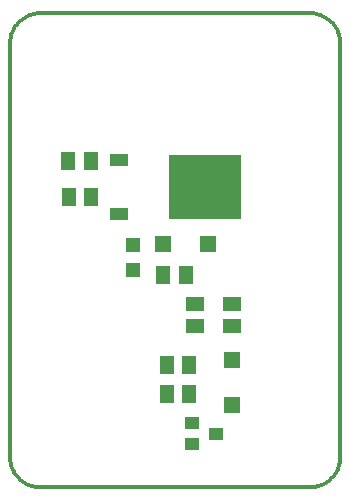
<source format=gtp>
G75*
%MOIN*%
%OFA0B0*%
%FSLAX24Y24*%
%IPPOS*%
%LPD*%
%AMOC8*
5,1,8,0,0,1.08239X$1,22.5*
%
%ADD10C,0.0120*%
%ADD11R,0.0512X0.0630*%
%ADD12R,0.0551X0.0551*%
%ADD13R,0.0472X0.0472*%
%ADD14R,0.0591X0.0512*%
%ADD15R,0.0630X0.0512*%
%ADD16R,0.2441X0.2126*%
%ADD17R,0.0630X0.0394*%
%ADD18R,0.0450X0.0400*%
D10*
X004883Y004781D02*
X013883Y004781D01*
X013943Y004783D01*
X014004Y004788D01*
X014063Y004797D01*
X014122Y004810D01*
X014181Y004826D01*
X014238Y004846D01*
X014293Y004869D01*
X014348Y004896D01*
X014400Y004925D01*
X014451Y004958D01*
X014500Y004994D01*
X014546Y005032D01*
X014590Y005074D01*
X014632Y005118D01*
X014670Y005164D01*
X014706Y005213D01*
X014739Y005264D01*
X014768Y005316D01*
X014795Y005371D01*
X014818Y005426D01*
X014838Y005483D01*
X014854Y005542D01*
X014867Y005601D01*
X014876Y005660D01*
X014881Y005721D01*
X014883Y005781D01*
X014883Y019581D01*
X014881Y019641D01*
X014876Y019702D01*
X014867Y019761D01*
X014854Y019820D01*
X014838Y019879D01*
X014818Y019936D01*
X014795Y019991D01*
X014768Y020046D01*
X014739Y020098D01*
X014706Y020149D01*
X014670Y020198D01*
X014632Y020244D01*
X014590Y020288D01*
X014546Y020330D01*
X014500Y020368D01*
X014451Y020404D01*
X014400Y020437D01*
X014348Y020466D01*
X014293Y020493D01*
X014238Y020516D01*
X014181Y020536D01*
X014122Y020552D01*
X014063Y020565D01*
X014004Y020574D01*
X013943Y020579D01*
X013883Y020581D01*
X004883Y020581D01*
X004823Y020579D01*
X004762Y020574D01*
X004703Y020565D01*
X004644Y020552D01*
X004585Y020536D01*
X004528Y020516D01*
X004473Y020493D01*
X004418Y020466D01*
X004366Y020437D01*
X004315Y020404D01*
X004266Y020368D01*
X004220Y020330D01*
X004176Y020288D01*
X004134Y020244D01*
X004096Y020198D01*
X004060Y020149D01*
X004027Y020098D01*
X003998Y020046D01*
X003971Y019991D01*
X003948Y019936D01*
X003928Y019879D01*
X003912Y019820D01*
X003899Y019761D01*
X003890Y019702D01*
X003885Y019641D01*
X003883Y019581D01*
X003883Y005781D01*
X003885Y005721D01*
X003890Y005660D01*
X003899Y005601D01*
X003912Y005542D01*
X003928Y005483D01*
X003948Y005426D01*
X003971Y005371D01*
X003998Y005316D01*
X004027Y005264D01*
X004060Y005213D01*
X004096Y005164D01*
X004134Y005118D01*
X004176Y005074D01*
X004220Y005032D01*
X004266Y004994D01*
X004315Y004958D01*
X004366Y004925D01*
X004418Y004896D01*
X004473Y004869D01*
X004528Y004846D01*
X004585Y004826D01*
X004644Y004810D01*
X004703Y004797D01*
X004762Y004788D01*
X004823Y004783D01*
X004883Y004781D01*
D11*
X009110Y007902D03*
X009858Y007902D03*
X009855Y008841D03*
X009107Y008841D03*
X008983Y011860D03*
X009731Y011860D03*
X006586Y014465D03*
X005838Y014465D03*
X005814Y015671D03*
X006562Y015671D03*
D12*
X008990Y012875D03*
X010486Y012875D03*
X011283Y009029D03*
X011283Y007533D03*
D13*
X007964Y012039D03*
X007964Y012866D03*
D14*
X011294Y010892D03*
X011294Y010144D03*
D15*
X010033Y010157D03*
X010033Y010905D03*
D16*
X010371Y014781D03*
D17*
X007497Y015678D03*
X007497Y013883D03*
D18*
X009958Y006909D03*
X009958Y006209D03*
X010758Y006559D03*
M02*

</source>
